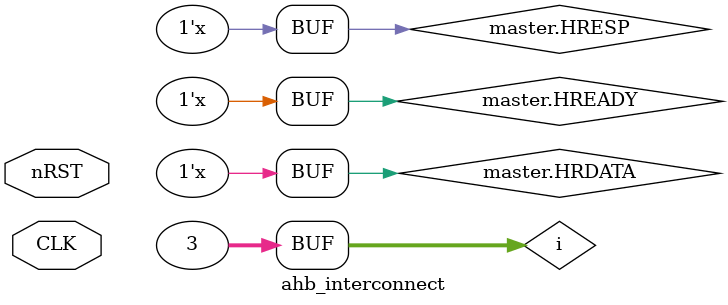
<source format=sv>

`include "ahb_if.vh"
`include "ahb_slave_interconnect.vh"

module ahb_interconnect 
#(
	parameter NUM_SLAVES = 3
)
(
	input logic CLK, nRST,
	// interface connecting to master
	ahb_if.ahb_m_i master,
	// interface connecting to slaves
	ahb_slave_interconnect_if.interconnection slaves
);

   localparam DIV = NUM_SLAVES - 2;
   localparam OFFSET = 32'h20000000 / DIV;
   
   // Internal signals
   logic [NUM_SLAVES-1:0] SSel_aphase, SSel_dphase, nxtSSel_dphase;
   int 		       i, k;
   genvar 	       j;
   
   
   
// Decoder
always_comb
begin : DECODER
	// Decoding logic
        SSel_aphase = 0;
		  k = 0;
	if ( master.HADDR <= 32'h3FFFFFFF ) begin
	  SSel_aphase[0] = 1;// Address is SRAM
        end else if (master.HADDR <= 32'h5FFFFFFF) begin
	   for (k = NUM_SLAVES-2; k > 0; k--) begin
	      if (master.HADDR <= (32'h40000000 + k * OFFSET))
		begin
		   SSel_aphase = 0;
		   SSel_aphase[k] = 1;// Address is Peripheral
		end
	   end
        end else if ((master.HADDR >= 32'hA0000000) &&
	        (master.HADDR <= 32'hDFFFFFFF)) begin
	  SSel_aphase[NUM_SLAVES-1] = 1;// Address is Flash
        end
end
// Slave Mux
always_comb
begin : SLAVE_MUX
   // Set default signals
   master.HREADY = slaves.HREADYOUT[0];
   master.HRESP = slaves.HRESP[0];
   master.HRDATA = slaves.HRDATA[0];
   // Decoding logic
   for (i = 0; i < NUM_SLAVES; i++) begin
      if (SSel_dphase[i]) begin
	 master.HREADY = slaves.HREADYOUT[i];
	 master.HRESP = slaves.HRESP[i];
	 master.HRDATA = slaves.HRDATA[i];
      end
   end
end
// Slave Select Reg
always_ff @ (posedge CLK, negedge nRST)
begin : SLAVE_SELECT
	if (!nRST)
		SSel_dphase <= 0;
	else
		SSel_dphase <= nxtSSel_dphase;
end

   assign nxtSSel_dphase = master.HREADY ? SSel_aphase : SSel_dphase;
   generate
      for (j=0;j < NUM_SLAVES;j++) begin : slave_assign
	 assign slaves.HTRANS[j] = master.HTRANS;
	 assign slaves.HWRITE[j] = master.HWRITE;
	 assign slaves.HADDR[j] = master.HADDR;
	 assign slaves.HWDATA[j] = master.HWDATA;
	 assign slaves.HSIZE[j] = master.HSIZE;
	 assign slaves.HBURST[j] = master.HBURST;
	 assign slaves.HREADY[j] = master.HREADY;
	 assign slaves.HPROT[j] = master.HPROT;
	 assign slaves.HMASTLOCK[j] = master.HMASTLOCK;
	 assign slaves.HSEL[j] = SSel_aphase[j] && (master.HTRANS != 0);
	   end : slave_assign
      endgenerate

endmodule // ahb_interconnect

</source>
